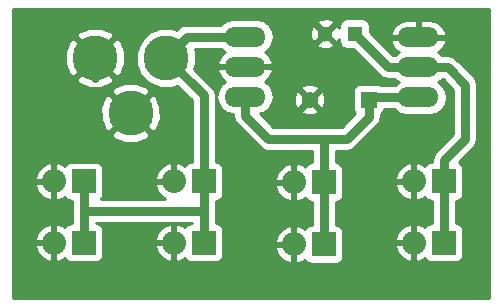
<source format=gtl>
G04 #@! TF.FileFunction,Copper,L1,Top,Signal*
%FSLAX46Y46*%
G04 Gerber Fmt 4.6, Leading zero omitted, Abs format (unit mm)*
G04 Created by KiCad (PCBNEW 4.0.1-3.201512221402+6198~38~ubuntu14.04.1-stable) date Mon 23 May 2016 08:12:34 PM PDT*
%MOMM*%
G01*
G04 APERTURE LIST*
%ADD10C,0.100000*%
%ADD11R,2.032000X2.032000*%
%ADD12O,2.032000X2.032000*%
%ADD13R,1.400000X1.400000*%
%ADD14C,1.400000*%
%ADD15O,3.500120X1.699260*%
%ADD16R,1.300000X1.300000*%
%ADD17C,1.300000*%
%ADD18C,3.810000*%
%ADD19C,0.762000*%
%ADD20C,0.254000*%
G04 APERTURE END LIST*
D10*
D11*
X104711500Y-101663500D03*
D12*
X102171500Y-101663500D03*
D13*
X128825000Y-94742000D03*
D14*
X123825000Y-94742000D03*
D15*
X133032500Y-92011500D03*
X133032500Y-89471500D03*
X133032500Y-94551500D03*
D11*
X104711500Y-106870500D03*
D12*
X102171500Y-106870500D03*
D11*
X114871500Y-106870500D03*
D12*
X112331500Y-106870500D03*
D11*
X125031500Y-106997500D03*
D12*
X122491500Y-106997500D03*
D11*
X135191500Y-106870500D03*
D12*
X132651500Y-106870500D03*
D15*
X118364000Y-91948000D03*
X118364000Y-89408000D03*
X118364000Y-94488000D03*
D16*
X127635000Y-89154000D03*
D17*
X125135000Y-89154000D03*
D11*
X114871500Y-101663500D03*
D12*
X112331500Y-101663500D03*
D11*
X125031500Y-101727000D03*
D12*
X122491500Y-101727000D03*
D11*
X135191500Y-101663500D03*
D12*
X132651500Y-101663500D03*
D18*
X111663480Y-91186000D03*
X105664000Y-91186000D03*
X108663740Y-95885000D03*
D19*
X105664000Y-91186000D02*
X105664000Y-92885260D01*
X108418160Y-95885000D02*
X108663740Y-95885000D01*
X125031500Y-106997500D02*
X125031500Y-101727000D01*
X126985000Y-98044000D02*
X124968000Y-98044000D01*
X125031500Y-101727000D02*
X125031500Y-98107500D01*
X124968000Y-98044000D02*
X120308370Y-98044000D01*
X125031500Y-98107500D02*
X124968000Y-98044000D01*
X128825000Y-94742000D02*
X128825000Y-96204000D01*
X118364000Y-96099630D02*
X118364000Y-94488000D01*
X128825000Y-96204000D02*
X126985000Y-98044000D01*
X120308370Y-98044000D02*
X118364000Y-96099630D01*
X133032500Y-94551500D02*
X129015500Y-94551500D01*
X129015500Y-94551500D02*
X128825000Y-94742000D01*
X135191500Y-101663500D02*
X135191500Y-106870500D01*
X137005060Y-93472000D02*
X137005060Y-98071940D01*
X137005060Y-98071940D02*
X135191500Y-99885500D01*
X135191500Y-99885500D02*
X135191500Y-101663500D01*
X133032500Y-92011500D02*
X135544560Y-92011500D01*
X135544560Y-92011500D02*
X137005060Y-93472000D01*
X133032500Y-92011500D02*
X130492500Y-92011500D01*
X130492500Y-92011500D02*
X127635000Y-89154000D01*
X114871500Y-104140000D02*
X114871500Y-101663500D01*
X114871500Y-106870500D02*
X114871500Y-104140000D01*
X114871500Y-104140000D02*
X104711500Y-104140000D01*
X104711500Y-106870500D02*
X104711500Y-104140000D01*
X104711500Y-104140000D02*
X104711500Y-101663500D01*
X114871500Y-101663500D02*
X114871500Y-94394020D01*
X114871500Y-94394020D02*
X111663480Y-91186000D01*
X111663480Y-91186000D02*
X113441480Y-89408000D01*
X113441480Y-89408000D02*
X118364000Y-89408000D01*
D20*
G36*
X138990000Y-111558000D02*
X98754000Y-111558000D01*
X98754000Y-107253446D01*
X100565517Y-107253446D01*
X100834312Y-107838879D01*
X101306682Y-108276885D01*
X101788556Y-108476475D01*
X102044500Y-108357336D01*
X102044500Y-106997500D01*
X100684133Y-106997500D01*
X100565517Y-107253446D01*
X98754000Y-107253446D01*
X98754000Y-106487554D01*
X100565517Y-106487554D01*
X100684133Y-106743500D01*
X102044500Y-106743500D01*
X102044500Y-105383664D01*
X101788556Y-105264525D01*
X101306682Y-105464115D01*
X100834312Y-105902121D01*
X100565517Y-106487554D01*
X98754000Y-106487554D01*
X98754000Y-102046446D01*
X100565517Y-102046446D01*
X100834312Y-102631879D01*
X101306682Y-103069885D01*
X101788556Y-103269475D01*
X102044500Y-103150336D01*
X102044500Y-101790500D01*
X100684133Y-101790500D01*
X100565517Y-102046446D01*
X98754000Y-102046446D01*
X98754000Y-101280554D01*
X100565517Y-101280554D01*
X100684133Y-101536500D01*
X102044500Y-101536500D01*
X102044500Y-100176664D01*
X102298500Y-100176664D01*
X102298500Y-101536500D01*
X102318500Y-101536500D01*
X102318500Y-101790500D01*
X102298500Y-101790500D01*
X102298500Y-103150336D01*
X102554444Y-103269475D01*
X103036318Y-103069885D01*
X103133898Y-102979403D01*
X103231410Y-103130941D01*
X103443610Y-103275931D01*
X103695500Y-103326940D01*
X103695500Y-105207060D01*
X103460183Y-105251338D01*
X103244059Y-105390410D01*
X103132660Y-105553448D01*
X103036318Y-105464115D01*
X102554444Y-105264525D01*
X102298500Y-105383664D01*
X102298500Y-106743500D01*
X102318500Y-106743500D01*
X102318500Y-106997500D01*
X102298500Y-106997500D01*
X102298500Y-108357336D01*
X102554444Y-108476475D01*
X103036318Y-108276885D01*
X103133898Y-108186403D01*
X103231410Y-108337941D01*
X103443610Y-108482931D01*
X103695500Y-108533940D01*
X105727500Y-108533940D01*
X105962817Y-108489662D01*
X106178941Y-108350590D01*
X106323931Y-108138390D01*
X106374940Y-107886500D01*
X106374940Y-107253446D01*
X110725517Y-107253446D01*
X110994312Y-107838879D01*
X111466682Y-108276885D01*
X111948556Y-108476475D01*
X112204500Y-108357336D01*
X112204500Y-106997500D01*
X110844133Y-106997500D01*
X110725517Y-107253446D01*
X106374940Y-107253446D01*
X106374940Y-106487554D01*
X110725517Y-106487554D01*
X110844133Y-106743500D01*
X112204500Y-106743500D01*
X112204500Y-105383664D01*
X111948556Y-105264525D01*
X111466682Y-105464115D01*
X110994312Y-105902121D01*
X110725517Y-106487554D01*
X106374940Y-106487554D01*
X106374940Y-105854500D01*
X106330662Y-105619183D01*
X106191590Y-105403059D01*
X105979390Y-105258069D01*
X105727500Y-105207060D01*
X105727500Y-105156000D01*
X113855500Y-105156000D01*
X113855500Y-105207060D01*
X113620183Y-105251338D01*
X113404059Y-105390410D01*
X113292660Y-105553448D01*
X113196318Y-105464115D01*
X112714444Y-105264525D01*
X112458500Y-105383664D01*
X112458500Y-106743500D01*
X112478500Y-106743500D01*
X112478500Y-106997500D01*
X112458500Y-106997500D01*
X112458500Y-108357336D01*
X112714444Y-108476475D01*
X113196318Y-108276885D01*
X113293898Y-108186403D01*
X113391410Y-108337941D01*
X113603610Y-108482931D01*
X113855500Y-108533940D01*
X115887500Y-108533940D01*
X116122817Y-108489662D01*
X116338941Y-108350590D01*
X116483931Y-108138390D01*
X116534940Y-107886500D01*
X116534940Y-107380446D01*
X120885517Y-107380446D01*
X121154312Y-107965879D01*
X121626682Y-108403885D01*
X122108556Y-108603475D01*
X122364500Y-108484336D01*
X122364500Y-107124500D01*
X121004133Y-107124500D01*
X120885517Y-107380446D01*
X116534940Y-107380446D01*
X116534940Y-106614554D01*
X120885517Y-106614554D01*
X121004133Y-106870500D01*
X122364500Y-106870500D01*
X122364500Y-105510664D01*
X122108556Y-105391525D01*
X121626682Y-105591115D01*
X121154312Y-106029121D01*
X120885517Y-106614554D01*
X116534940Y-106614554D01*
X116534940Y-105854500D01*
X116490662Y-105619183D01*
X116351590Y-105403059D01*
X116139390Y-105258069D01*
X115887500Y-105207060D01*
X115887500Y-103326940D01*
X116122817Y-103282662D01*
X116338941Y-103143590D01*
X116483931Y-102931390D01*
X116534940Y-102679500D01*
X116534940Y-102109946D01*
X120885517Y-102109946D01*
X121154312Y-102695379D01*
X121626682Y-103133385D01*
X122108556Y-103332975D01*
X122364500Y-103213836D01*
X122364500Y-101854000D01*
X121004133Y-101854000D01*
X120885517Y-102109946D01*
X116534940Y-102109946D01*
X116534940Y-101344054D01*
X120885517Y-101344054D01*
X121004133Y-101600000D01*
X122364500Y-101600000D01*
X122364500Y-100240164D01*
X122108556Y-100121025D01*
X121626682Y-100320615D01*
X121154312Y-100758621D01*
X120885517Y-101344054D01*
X116534940Y-101344054D01*
X116534940Y-100647500D01*
X116490662Y-100412183D01*
X116351590Y-100196059D01*
X116139390Y-100051069D01*
X115887500Y-100000060D01*
X115887500Y-94488000D01*
X115932214Y-94488000D01*
X116045225Y-95056143D01*
X116367052Y-95537792D01*
X116848701Y-95859619D01*
X117348000Y-95958936D01*
X117348000Y-96099630D01*
X117400855Y-96365350D01*
X117425338Y-96488437D01*
X117645580Y-96818050D01*
X119589949Y-98762420D01*
X119750206Y-98869500D01*
X119919564Y-98982662D01*
X120308370Y-99060000D01*
X124015500Y-99060000D01*
X124015500Y-100063560D01*
X123780183Y-100107838D01*
X123564059Y-100246910D01*
X123452660Y-100409948D01*
X123356318Y-100320615D01*
X122874444Y-100121025D01*
X122618500Y-100240164D01*
X122618500Y-101600000D01*
X122638500Y-101600000D01*
X122638500Y-101854000D01*
X122618500Y-101854000D01*
X122618500Y-103213836D01*
X122874444Y-103332975D01*
X123356318Y-103133385D01*
X123453898Y-103042903D01*
X123551410Y-103194441D01*
X123763610Y-103339431D01*
X124015500Y-103390440D01*
X124015500Y-105334060D01*
X123780183Y-105378338D01*
X123564059Y-105517410D01*
X123452660Y-105680448D01*
X123356318Y-105591115D01*
X122874444Y-105391525D01*
X122618500Y-105510664D01*
X122618500Y-106870500D01*
X122638500Y-106870500D01*
X122638500Y-107124500D01*
X122618500Y-107124500D01*
X122618500Y-108484336D01*
X122874444Y-108603475D01*
X123356318Y-108403885D01*
X123453898Y-108313403D01*
X123551410Y-108464941D01*
X123763610Y-108609931D01*
X124015500Y-108660940D01*
X126047500Y-108660940D01*
X126282817Y-108616662D01*
X126498941Y-108477590D01*
X126643931Y-108265390D01*
X126694940Y-108013500D01*
X126694940Y-107253446D01*
X131045517Y-107253446D01*
X131314312Y-107838879D01*
X131786682Y-108276885D01*
X132268556Y-108476475D01*
X132524500Y-108357336D01*
X132524500Y-106997500D01*
X131164133Y-106997500D01*
X131045517Y-107253446D01*
X126694940Y-107253446D01*
X126694940Y-106487554D01*
X131045517Y-106487554D01*
X131164133Y-106743500D01*
X132524500Y-106743500D01*
X132524500Y-105383664D01*
X132268556Y-105264525D01*
X131786682Y-105464115D01*
X131314312Y-105902121D01*
X131045517Y-106487554D01*
X126694940Y-106487554D01*
X126694940Y-105981500D01*
X126650662Y-105746183D01*
X126511590Y-105530059D01*
X126299390Y-105385069D01*
X126047500Y-105334060D01*
X126047500Y-103390440D01*
X126282817Y-103346162D01*
X126498941Y-103207090D01*
X126643931Y-102994890D01*
X126694940Y-102743000D01*
X126694940Y-102046446D01*
X131045517Y-102046446D01*
X131314312Y-102631879D01*
X131786682Y-103069885D01*
X132268556Y-103269475D01*
X132524500Y-103150336D01*
X132524500Y-101790500D01*
X131164133Y-101790500D01*
X131045517Y-102046446D01*
X126694940Y-102046446D01*
X126694940Y-101280554D01*
X131045517Y-101280554D01*
X131164133Y-101536500D01*
X132524500Y-101536500D01*
X132524500Y-100176664D01*
X132268556Y-100057525D01*
X131786682Y-100257115D01*
X131314312Y-100695121D01*
X131045517Y-101280554D01*
X126694940Y-101280554D01*
X126694940Y-100711000D01*
X126650662Y-100475683D01*
X126511590Y-100259559D01*
X126299390Y-100114569D01*
X126047500Y-100063560D01*
X126047500Y-99060000D01*
X126985000Y-99060000D01*
X127309300Y-98995493D01*
X127373807Y-98982662D01*
X127703420Y-98762420D01*
X129543421Y-96922420D01*
X129763662Y-96592807D01*
X129799014Y-96415077D01*
X129841000Y-96204000D01*
X129841000Y-95993244D01*
X129976441Y-95906090D01*
X130121431Y-95693890D01*
X130147026Y-95567500D01*
X131012973Y-95567500D01*
X131035552Y-95601292D01*
X131517201Y-95923119D01*
X132085344Y-96036130D01*
X133979656Y-96036130D01*
X134547799Y-95923119D01*
X135029448Y-95601292D01*
X135351275Y-95119643D01*
X135464286Y-94551500D01*
X135351275Y-93983357D01*
X135029448Y-93501708D01*
X134699883Y-93281500D01*
X135029448Y-93061292D01*
X135052027Y-93027500D01*
X135123720Y-93027500D01*
X135989060Y-93892841D01*
X135989060Y-97651099D01*
X134473080Y-99167080D01*
X134252838Y-99496693D01*
X134252838Y-99496694D01*
X134175500Y-99885500D01*
X134175500Y-100000060D01*
X133940183Y-100044338D01*
X133724059Y-100183410D01*
X133612660Y-100346448D01*
X133516318Y-100257115D01*
X133034444Y-100057525D01*
X132778500Y-100176664D01*
X132778500Y-101536500D01*
X132798500Y-101536500D01*
X132798500Y-101790500D01*
X132778500Y-101790500D01*
X132778500Y-103150336D01*
X133034444Y-103269475D01*
X133516318Y-103069885D01*
X133613898Y-102979403D01*
X133711410Y-103130941D01*
X133923610Y-103275931D01*
X134175500Y-103326940D01*
X134175500Y-105207060D01*
X133940183Y-105251338D01*
X133724059Y-105390410D01*
X133612660Y-105553448D01*
X133516318Y-105464115D01*
X133034444Y-105264525D01*
X132778500Y-105383664D01*
X132778500Y-106743500D01*
X132798500Y-106743500D01*
X132798500Y-106997500D01*
X132778500Y-106997500D01*
X132778500Y-108357336D01*
X133034444Y-108476475D01*
X133516318Y-108276885D01*
X133613898Y-108186403D01*
X133711410Y-108337941D01*
X133923610Y-108482931D01*
X134175500Y-108533940D01*
X136207500Y-108533940D01*
X136442817Y-108489662D01*
X136658941Y-108350590D01*
X136803931Y-108138390D01*
X136854940Y-107886500D01*
X136854940Y-105854500D01*
X136810662Y-105619183D01*
X136671590Y-105403059D01*
X136459390Y-105258069D01*
X136207500Y-105207060D01*
X136207500Y-103326940D01*
X136442817Y-103282662D01*
X136658941Y-103143590D01*
X136803931Y-102931390D01*
X136854940Y-102679500D01*
X136854940Y-100647500D01*
X136810662Y-100412183D01*
X136671590Y-100196059D01*
X136461399Y-100052442D01*
X137723480Y-98790361D01*
X137943722Y-98460747D01*
X137956553Y-98396240D01*
X138021060Y-98071940D01*
X138021060Y-93472000D01*
X137943722Y-93083194D01*
X137943722Y-93083193D01*
X137723481Y-92753580D01*
X136262980Y-91293080D01*
X135933367Y-91072838D01*
X135868860Y-91060007D01*
X135544560Y-90995500D01*
X135052027Y-90995500D01*
X135029448Y-90961708D01*
X134691627Y-90735984D01*
X135072524Y-90431489D01*
X135353149Y-89922310D01*
X135374040Y-89828332D01*
X135252714Y-89598500D01*
X133159500Y-89598500D01*
X133159500Y-89618500D01*
X132905500Y-89618500D01*
X132905500Y-89598500D01*
X130812286Y-89598500D01*
X130690960Y-89828332D01*
X130711851Y-89922310D01*
X130992476Y-90431489D01*
X131373373Y-90735984D01*
X131035552Y-90961708D01*
X131012973Y-90995500D01*
X130913341Y-90995500D01*
X129032509Y-89114668D01*
X130690960Y-89114668D01*
X130812286Y-89344500D01*
X132905500Y-89344500D01*
X132905500Y-87986870D01*
X133159500Y-87986870D01*
X133159500Y-89344500D01*
X135252714Y-89344500D01*
X135374040Y-89114668D01*
X135353149Y-89020690D01*
X135072524Y-88511511D01*
X134618406Y-88148482D01*
X134059930Y-87986870D01*
X133159500Y-87986870D01*
X132905500Y-87986870D01*
X132005070Y-87986870D01*
X131446594Y-88148482D01*
X130992476Y-88511511D01*
X130711851Y-89020690D01*
X130690960Y-89114668D01*
X129032509Y-89114668D01*
X128932440Y-89014600D01*
X128932440Y-88504000D01*
X128888162Y-88268683D01*
X128749090Y-88052559D01*
X128536890Y-87907569D01*
X128285000Y-87856560D01*
X126985000Y-87856560D01*
X126749683Y-87900838D01*
X126533559Y-88039910D01*
X126388569Y-88252110D01*
X126337560Y-88504000D01*
X126337560Y-88666385D01*
X126264611Y-88490271D01*
X126034016Y-88434590D01*
X125314605Y-89154000D01*
X126034016Y-89873410D01*
X126264611Y-89817729D01*
X126337560Y-89608098D01*
X126337560Y-89804000D01*
X126381838Y-90039317D01*
X126520910Y-90255441D01*
X126733110Y-90400431D01*
X126985000Y-90451440D01*
X127495600Y-90451440D01*
X129774079Y-92729920D01*
X129994321Y-92877081D01*
X130103694Y-92950162D01*
X130492500Y-93027500D01*
X131012973Y-93027500D01*
X131035552Y-93061292D01*
X131365117Y-93281500D01*
X131035552Y-93501708D01*
X131012973Y-93535500D01*
X129908508Y-93535500D01*
X129776890Y-93445569D01*
X129525000Y-93394560D01*
X128125000Y-93394560D01*
X127889683Y-93438838D01*
X127673559Y-93577910D01*
X127528569Y-93790110D01*
X127477560Y-94042000D01*
X127477560Y-95442000D01*
X127521838Y-95677317D01*
X127660910Y-95893441D01*
X127683371Y-95908788D01*
X126564160Y-97028000D01*
X120729211Y-97028000D01*
X119613667Y-95912457D01*
X119879299Y-95859619D01*
X120152196Y-95677275D01*
X123069331Y-95677275D01*
X123131169Y-95913042D01*
X123632122Y-96089419D01*
X124162440Y-96060664D01*
X124518831Y-95913042D01*
X124580669Y-95677275D01*
X123825000Y-94921605D01*
X123069331Y-95677275D01*
X120152196Y-95677275D01*
X120360948Y-95537792D01*
X120682775Y-95056143D01*
X120783628Y-94549122D01*
X122477581Y-94549122D01*
X122506336Y-95079440D01*
X122653958Y-95435831D01*
X122889725Y-95497669D01*
X123645395Y-94742000D01*
X124004605Y-94742000D01*
X124760275Y-95497669D01*
X124996042Y-95435831D01*
X125172419Y-94934878D01*
X125143664Y-94404560D01*
X124996042Y-94048169D01*
X124760275Y-93986331D01*
X124004605Y-94742000D01*
X123645395Y-94742000D01*
X122889725Y-93986331D01*
X122653958Y-94048169D01*
X122477581Y-94549122D01*
X120783628Y-94549122D01*
X120795786Y-94488000D01*
X120682775Y-93919857D01*
X120607183Y-93806725D01*
X123069331Y-93806725D01*
X123825000Y-94562395D01*
X124580669Y-93806725D01*
X124518831Y-93570958D01*
X124017878Y-93394581D01*
X123487560Y-93423336D01*
X123131169Y-93570958D01*
X123069331Y-93806725D01*
X120607183Y-93806725D01*
X120360948Y-93438208D01*
X120023127Y-93212484D01*
X120404024Y-92907989D01*
X120684649Y-92398810D01*
X120705540Y-92304832D01*
X120584214Y-92075000D01*
X118491000Y-92075000D01*
X118491000Y-92095000D01*
X118237000Y-92095000D01*
X118237000Y-92075000D01*
X116143786Y-92075000D01*
X116022460Y-92304832D01*
X116043351Y-92398810D01*
X116323976Y-92907989D01*
X116704873Y-93212484D01*
X116367052Y-93438208D01*
X116045225Y-93919857D01*
X115932214Y-94488000D01*
X115887500Y-94488000D01*
X115887500Y-94394020D01*
X115810162Y-94005214D01*
X115695145Y-93833079D01*
X115589920Y-93675599D01*
X114028386Y-92114065D01*
X114203039Y-91693454D01*
X114203920Y-90682979D01*
X114096912Y-90424000D01*
X116344473Y-90424000D01*
X116367052Y-90457792D01*
X116704873Y-90683516D01*
X116323976Y-90988011D01*
X116043351Y-91497190D01*
X116022460Y-91591168D01*
X116143786Y-91821000D01*
X118237000Y-91821000D01*
X118237000Y-91801000D01*
X118491000Y-91801000D01*
X118491000Y-91821000D01*
X120584214Y-91821000D01*
X120705540Y-91591168D01*
X120684649Y-91497190D01*
X120404024Y-90988011D01*
X120023127Y-90683516D01*
X120360948Y-90457792D01*
X120631410Y-90053016D01*
X124415590Y-90053016D01*
X124471271Y-90283611D01*
X124954078Y-90451622D01*
X125464428Y-90422083D01*
X125798729Y-90283611D01*
X125854410Y-90053016D01*
X125135000Y-89333605D01*
X124415590Y-90053016D01*
X120631410Y-90053016D01*
X120682775Y-89976143D01*
X120795786Y-89408000D01*
X120709275Y-88973078D01*
X123837378Y-88973078D01*
X123866917Y-89483428D01*
X124005389Y-89817729D01*
X124235984Y-89873410D01*
X124955395Y-89154000D01*
X124235984Y-88434590D01*
X124005389Y-88490271D01*
X123837378Y-88973078D01*
X120709275Y-88973078D01*
X120682775Y-88839857D01*
X120360948Y-88358208D01*
X120206463Y-88254984D01*
X124415590Y-88254984D01*
X125135000Y-88974395D01*
X125854410Y-88254984D01*
X125798729Y-88024389D01*
X125315922Y-87856378D01*
X124805572Y-87885917D01*
X124471271Y-88024389D01*
X124415590Y-88254984D01*
X120206463Y-88254984D01*
X119879299Y-88036381D01*
X119311156Y-87923370D01*
X117416844Y-87923370D01*
X116848701Y-88036381D01*
X116367052Y-88358208D01*
X116344473Y-88392000D01*
X113441480Y-88392000D01*
X113052673Y-88469338D01*
X112723060Y-88689579D01*
X112591545Y-88821094D01*
X112170934Y-88646441D01*
X111160459Y-88645560D01*
X110226565Y-89031437D01*
X109511428Y-89745327D01*
X109123921Y-90678546D01*
X109123040Y-91689021D01*
X109508917Y-92622915D01*
X110222807Y-93338052D01*
X111156026Y-93725559D01*
X112166501Y-93726440D01*
X112591481Y-93550842D01*
X113855500Y-94814861D01*
X113855500Y-100000060D01*
X113620183Y-100044338D01*
X113404059Y-100183410D01*
X113292660Y-100346448D01*
X113196318Y-100257115D01*
X112714444Y-100057525D01*
X112458500Y-100176664D01*
X112458500Y-101536500D01*
X112478500Y-101536500D01*
X112478500Y-101790500D01*
X112458500Y-101790500D01*
X112458500Y-101810500D01*
X112204500Y-101810500D01*
X112204500Y-101790500D01*
X110844133Y-101790500D01*
X110725517Y-102046446D01*
X110994312Y-102631879D01*
X111466682Y-103069885D01*
X111597333Y-103124000D01*
X106192326Y-103124000D01*
X106323931Y-102931390D01*
X106374940Y-102679500D01*
X106374940Y-101280554D01*
X110725517Y-101280554D01*
X110844133Y-101536500D01*
X112204500Y-101536500D01*
X112204500Y-100176664D01*
X111948556Y-100057525D01*
X111466682Y-100257115D01*
X110994312Y-100695121D01*
X110725517Y-101280554D01*
X106374940Y-101280554D01*
X106374940Y-100647500D01*
X106330662Y-100412183D01*
X106191590Y-100196059D01*
X105979390Y-100051069D01*
X105727500Y-100000060D01*
X103695500Y-100000060D01*
X103460183Y-100044338D01*
X103244059Y-100183410D01*
X103132660Y-100346448D01*
X103036318Y-100257115D01*
X102554444Y-100057525D01*
X102298500Y-100176664D01*
X102044500Y-100176664D01*
X101788556Y-100057525D01*
X101306682Y-100257115D01*
X100834312Y-100695121D01*
X100565517Y-101280554D01*
X98754000Y-101280554D01*
X98754000Y-97691440D01*
X107036905Y-97691440D01*
X107246093Y-98052289D01*
X108183390Y-98429824D01*
X109193817Y-98419933D01*
X110081387Y-98052289D01*
X110290575Y-97691440D01*
X108663740Y-96064605D01*
X107036905Y-97691440D01*
X98754000Y-97691440D01*
X98754000Y-95404650D01*
X106118916Y-95404650D01*
X106128807Y-96415077D01*
X106496451Y-97302647D01*
X106857300Y-97511835D01*
X108484135Y-95885000D01*
X108843345Y-95885000D01*
X110470180Y-97511835D01*
X110831029Y-97302647D01*
X111208564Y-96365350D01*
X111198673Y-95354923D01*
X110831029Y-94467353D01*
X110470180Y-94258165D01*
X108843345Y-95885000D01*
X108484135Y-95885000D01*
X106857300Y-94258165D01*
X106496451Y-94467353D01*
X106118916Y-95404650D01*
X98754000Y-95404650D01*
X98754000Y-94078560D01*
X107036905Y-94078560D01*
X108663740Y-95705395D01*
X110290575Y-94078560D01*
X110081387Y-93717711D01*
X109144090Y-93340176D01*
X108133663Y-93350067D01*
X107246093Y-93717711D01*
X107036905Y-94078560D01*
X98754000Y-94078560D01*
X98754000Y-92992440D01*
X104037165Y-92992440D01*
X104246353Y-93353289D01*
X105183650Y-93730824D01*
X106194077Y-93720933D01*
X107081647Y-93353289D01*
X107290835Y-92992440D01*
X105664000Y-91365605D01*
X104037165Y-92992440D01*
X98754000Y-92992440D01*
X98754000Y-90705650D01*
X103119176Y-90705650D01*
X103129067Y-91716077D01*
X103496711Y-92603647D01*
X103857560Y-92812835D01*
X105484395Y-91186000D01*
X105843605Y-91186000D01*
X107470440Y-92812835D01*
X107831289Y-92603647D01*
X108208824Y-91666350D01*
X108198933Y-90655923D01*
X107831289Y-89768353D01*
X107470440Y-89559165D01*
X105843605Y-91186000D01*
X105484395Y-91186000D01*
X103857560Y-89559165D01*
X103496711Y-89768353D01*
X103119176Y-90705650D01*
X98754000Y-90705650D01*
X98754000Y-89379560D01*
X104037165Y-89379560D01*
X105664000Y-91006395D01*
X107290835Y-89379560D01*
X107081647Y-89018711D01*
X106144350Y-88641176D01*
X105133923Y-88651067D01*
X104246353Y-89018711D01*
X104037165Y-89379560D01*
X98754000Y-89379560D01*
X98754000Y-87070000D01*
X138990000Y-87070000D01*
X138990000Y-111558000D01*
X138990000Y-111558000D01*
G37*
X138990000Y-111558000D02*
X98754000Y-111558000D01*
X98754000Y-107253446D01*
X100565517Y-107253446D01*
X100834312Y-107838879D01*
X101306682Y-108276885D01*
X101788556Y-108476475D01*
X102044500Y-108357336D01*
X102044500Y-106997500D01*
X100684133Y-106997500D01*
X100565517Y-107253446D01*
X98754000Y-107253446D01*
X98754000Y-106487554D01*
X100565517Y-106487554D01*
X100684133Y-106743500D01*
X102044500Y-106743500D01*
X102044500Y-105383664D01*
X101788556Y-105264525D01*
X101306682Y-105464115D01*
X100834312Y-105902121D01*
X100565517Y-106487554D01*
X98754000Y-106487554D01*
X98754000Y-102046446D01*
X100565517Y-102046446D01*
X100834312Y-102631879D01*
X101306682Y-103069885D01*
X101788556Y-103269475D01*
X102044500Y-103150336D01*
X102044500Y-101790500D01*
X100684133Y-101790500D01*
X100565517Y-102046446D01*
X98754000Y-102046446D01*
X98754000Y-101280554D01*
X100565517Y-101280554D01*
X100684133Y-101536500D01*
X102044500Y-101536500D01*
X102044500Y-100176664D01*
X102298500Y-100176664D01*
X102298500Y-101536500D01*
X102318500Y-101536500D01*
X102318500Y-101790500D01*
X102298500Y-101790500D01*
X102298500Y-103150336D01*
X102554444Y-103269475D01*
X103036318Y-103069885D01*
X103133898Y-102979403D01*
X103231410Y-103130941D01*
X103443610Y-103275931D01*
X103695500Y-103326940D01*
X103695500Y-105207060D01*
X103460183Y-105251338D01*
X103244059Y-105390410D01*
X103132660Y-105553448D01*
X103036318Y-105464115D01*
X102554444Y-105264525D01*
X102298500Y-105383664D01*
X102298500Y-106743500D01*
X102318500Y-106743500D01*
X102318500Y-106997500D01*
X102298500Y-106997500D01*
X102298500Y-108357336D01*
X102554444Y-108476475D01*
X103036318Y-108276885D01*
X103133898Y-108186403D01*
X103231410Y-108337941D01*
X103443610Y-108482931D01*
X103695500Y-108533940D01*
X105727500Y-108533940D01*
X105962817Y-108489662D01*
X106178941Y-108350590D01*
X106323931Y-108138390D01*
X106374940Y-107886500D01*
X106374940Y-107253446D01*
X110725517Y-107253446D01*
X110994312Y-107838879D01*
X111466682Y-108276885D01*
X111948556Y-108476475D01*
X112204500Y-108357336D01*
X112204500Y-106997500D01*
X110844133Y-106997500D01*
X110725517Y-107253446D01*
X106374940Y-107253446D01*
X106374940Y-106487554D01*
X110725517Y-106487554D01*
X110844133Y-106743500D01*
X112204500Y-106743500D01*
X112204500Y-105383664D01*
X111948556Y-105264525D01*
X111466682Y-105464115D01*
X110994312Y-105902121D01*
X110725517Y-106487554D01*
X106374940Y-106487554D01*
X106374940Y-105854500D01*
X106330662Y-105619183D01*
X106191590Y-105403059D01*
X105979390Y-105258069D01*
X105727500Y-105207060D01*
X105727500Y-105156000D01*
X113855500Y-105156000D01*
X113855500Y-105207060D01*
X113620183Y-105251338D01*
X113404059Y-105390410D01*
X113292660Y-105553448D01*
X113196318Y-105464115D01*
X112714444Y-105264525D01*
X112458500Y-105383664D01*
X112458500Y-106743500D01*
X112478500Y-106743500D01*
X112478500Y-106997500D01*
X112458500Y-106997500D01*
X112458500Y-108357336D01*
X112714444Y-108476475D01*
X113196318Y-108276885D01*
X113293898Y-108186403D01*
X113391410Y-108337941D01*
X113603610Y-108482931D01*
X113855500Y-108533940D01*
X115887500Y-108533940D01*
X116122817Y-108489662D01*
X116338941Y-108350590D01*
X116483931Y-108138390D01*
X116534940Y-107886500D01*
X116534940Y-107380446D01*
X120885517Y-107380446D01*
X121154312Y-107965879D01*
X121626682Y-108403885D01*
X122108556Y-108603475D01*
X122364500Y-108484336D01*
X122364500Y-107124500D01*
X121004133Y-107124500D01*
X120885517Y-107380446D01*
X116534940Y-107380446D01*
X116534940Y-106614554D01*
X120885517Y-106614554D01*
X121004133Y-106870500D01*
X122364500Y-106870500D01*
X122364500Y-105510664D01*
X122108556Y-105391525D01*
X121626682Y-105591115D01*
X121154312Y-106029121D01*
X120885517Y-106614554D01*
X116534940Y-106614554D01*
X116534940Y-105854500D01*
X116490662Y-105619183D01*
X116351590Y-105403059D01*
X116139390Y-105258069D01*
X115887500Y-105207060D01*
X115887500Y-103326940D01*
X116122817Y-103282662D01*
X116338941Y-103143590D01*
X116483931Y-102931390D01*
X116534940Y-102679500D01*
X116534940Y-102109946D01*
X120885517Y-102109946D01*
X121154312Y-102695379D01*
X121626682Y-103133385D01*
X122108556Y-103332975D01*
X122364500Y-103213836D01*
X122364500Y-101854000D01*
X121004133Y-101854000D01*
X120885517Y-102109946D01*
X116534940Y-102109946D01*
X116534940Y-101344054D01*
X120885517Y-101344054D01*
X121004133Y-101600000D01*
X122364500Y-101600000D01*
X122364500Y-100240164D01*
X122108556Y-100121025D01*
X121626682Y-100320615D01*
X121154312Y-100758621D01*
X120885517Y-101344054D01*
X116534940Y-101344054D01*
X116534940Y-100647500D01*
X116490662Y-100412183D01*
X116351590Y-100196059D01*
X116139390Y-100051069D01*
X115887500Y-100000060D01*
X115887500Y-94488000D01*
X115932214Y-94488000D01*
X116045225Y-95056143D01*
X116367052Y-95537792D01*
X116848701Y-95859619D01*
X117348000Y-95958936D01*
X117348000Y-96099630D01*
X117400855Y-96365350D01*
X117425338Y-96488437D01*
X117645580Y-96818050D01*
X119589949Y-98762420D01*
X119750206Y-98869500D01*
X119919564Y-98982662D01*
X120308370Y-99060000D01*
X124015500Y-99060000D01*
X124015500Y-100063560D01*
X123780183Y-100107838D01*
X123564059Y-100246910D01*
X123452660Y-100409948D01*
X123356318Y-100320615D01*
X122874444Y-100121025D01*
X122618500Y-100240164D01*
X122618500Y-101600000D01*
X122638500Y-101600000D01*
X122638500Y-101854000D01*
X122618500Y-101854000D01*
X122618500Y-103213836D01*
X122874444Y-103332975D01*
X123356318Y-103133385D01*
X123453898Y-103042903D01*
X123551410Y-103194441D01*
X123763610Y-103339431D01*
X124015500Y-103390440D01*
X124015500Y-105334060D01*
X123780183Y-105378338D01*
X123564059Y-105517410D01*
X123452660Y-105680448D01*
X123356318Y-105591115D01*
X122874444Y-105391525D01*
X122618500Y-105510664D01*
X122618500Y-106870500D01*
X122638500Y-106870500D01*
X122638500Y-107124500D01*
X122618500Y-107124500D01*
X122618500Y-108484336D01*
X122874444Y-108603475D01*
X123356318Y-108403885D01*
X123453898Y-108313403D01*
X123551410Y-108464941D01*
X123763610Y-108609931D01*
X124015500Y-108660940D01*
X126047500Y-108660940D01*
X126282817Y-108616662D01*
X126498941Y-108477590D01*
X126643931Y-108265390D01*
X126694940Y-108013500D01*
X126694940Y-107253446D01*
X131045517Y-107253446D01*
X131314312Y-107838879D01*
X131786682Y-108276885D01*
X132268556Y-108476475D01*
X132524500Y-108357336D01*
X132524500Y-106997500D01*
X131164133Y-106997500D01*
X131045517Y-107253446D01*
X126694940Y-107253446D01*
X126694940Y-106487554D01*
X131045517Y-106487554D01*
X131164133Y-106743500D01*
X132524500Y-106743500D01*
X132524500Y-105383664D01*
X132268556Y-105264525D01*
X131786682Y-105464115D01*
X131314312Y-105902121D01*
X131045517Y-106487554D01*
X126694940Y-106487554D01*
X126694940Y-105981500D01*
X126650662Y-105746183D01*
X126511590Y-105530059D01*
X126299390Y-105385069D01*
X126047500Y-105334060D01*
X126047500Y-103390440D01*
X126282817Y-103346162D01*
X126498941Y-103207090D01*
X126643931Y-102994890D01*
X126694940Y-102743000D01*
X126694940Y-102046446D01*
X131045517Y-102046446D01*
X131314312Y-102631879D01*
X131786682Y-103069885D01*
X132268556Y-103269475D01*
X132524500Y-103150336D01*
X132524500Y-101790500D01*
X131164133Y-101790500D01*
X131045517Y-102046446D01*
X126694940Y-102046446D01*
X126694940Y-101280554D01*
X131045517Y-101280554D01*
X131164133Y-101536500D01*
X132524500Y-101536500D01*
X132524500Y-100176664D01*
X132268556Y-100057525D01*
X131786682Y-100257115D01*
X131314312Y-100695121D01*
X131045517Y-101280554D01*
X126694940Y-101280554D01*
X126694940Y-100711000D01*
X126650662Y-100475683D01*
X126511590Y-100259559D01*
X126299390Y-100114569D01*
X126047500Y-100063560D01*
X126047500Y-99060000D01*
X126985000Y-99060000D01*
X127309300Y-98995493D01*
X127373807Y-98982662D01*
X127703420Y-98762420D01*
X129543421Y-96922420D01*
X129763662Y-96592807D01*
X129799014Y-96415077D01*
X129841000Y-96204000D01*
X129841000Y-95993244D01*
X129976441Y-95906090D01*
X130121431Y-95693890D01*
X130147026Y-95567500D01*
X131012973Y-95567500D01*
X131035552Y-95601292D01*
X131517201Y-95923119D01*
X132085344Y-96036130D01*
X133979656Y-96036130D01*
X134547799Y-95923119D01*
X135029448Y-95601292D01*
X135351275Y-95119643D01*
X135464286Y-94551500D01*
X135351275Y-93983357D01*
X135029448Y-93501708D01*
X134699883Y-93281500D01*
X135029448Y-93061292D01*
X135052027Y-93027500D01*
X135123720Y-93027500D01*
X135989060Y-93892841D01*
X135989060Y-97651099D01*
X134473080Y-99167080D01*
X134252838Y-99496693D01*
X134252838Y-99496694D01*
X134175500Y-99885500D01*
X134175500Y-100000060D01*
X133940183Y-100044338D01*
X133724059Y-100183410D01*
X133612660Y-100346448D01*
X133516318Y-100257115D01*
X133034444Y-100057525D01*
X132778500Y-100176664D01*
X132778500Y-101536500D01*
X132798500Y-101536500D01*
X132798500Y-101790500D01*
X132778500Y-101790500D01*
X132778500Y-103150336D01*
X133034444Y-103269475D01*
X133516318Y-103069885D01*
X133613898Y-102979403D01*
X133711410Y-103130941D01*
X133923610Y-103275931D01*
X134175500Y-103326940D01*
X134175500Y-105207060D01*
X133940183Y-105251338D01*
X133724059Y-105390410D01*
X133612660Y-105553448D01*
X133516318Y-105464115D01*
X133034444Y-105264525D01*
X132778500Y-105383664D01*
X132778500Y-106743500D01*
X132798500Y-106743500D01*
X132798500Y-106997500D01*
X132778500Y-106997500D01*
X132778500Y-108357336D01*
X133034444Y-108476475D01*
X133516318Y-108276885D01*
X133613898Y-108186403D01*
X133711410Y-108337941D01*
X133923610Y-108482931D01*
X134175500Y-108533940D01*
X136207500Y-108533940D01*
X136442817Y-108489662D01*
X136658941Y-108350590D01*
X136803931Y-108138390D01*
X136854940Y-107886500D01*
X136854940Y-105854500D01*
X136810662Y-105619183D01*
X136671590Y-105403059D01*
X136459390Y-105258069D01*
X136207500Y-105207060D01*
X136207500Y-103326940D01*
X136442817Y-103282662D01*
X136658941Y-103143590D01*
X136803931Y-102931390D01*
X136854940Y-102679500D01*
X136854940Y-100647500D01*
X136810662Y-100412183D01*
X136671590Y-100196059D01*
X136461399Y-100052442D01*
X137723480Y-98790361D01*
X137943722Y-98460747D01*
X137956553Y-98396240D01*
X138021060Y-98071940D01*
X138021060Y-93472000D01*
X137943722Y-93083194D01*
X137943722Y-93083193D01*
X137723481Y-92753580D01*
X136262980Y-91293080D01*
X135933367Y-91072838D01*
X135868860Y-91060007D01*
X135544560Y-90995500D01*
X135052027Y-90995500D01*
X135029448Y-90961708D01*
X134691627Y-90735984D01*
X135072524Y-90431489D01*
X135353149Y-89922310D01*
X135374040Y-89828332D01*
X135252714Y-89598500D01*
X133159500Y-89598500D01*
X133159500Y-89618500D01*
X132905500Y-89618500D01*
X132905500Y-89598500D01*
X130812286Y-89598500D01*
X130690960Y-89828332D01*
X130711851Y-89922310D01*
X130992476Y-90431489D01*
X131373373Y-90735984D01*
X131035552Y-90961708D01*
X131012973Y-90995500D01*
X130913341Y-90995500D01*
X129032509Y-89114668D01*
X130690960Y-89114668D01*
X130812286Y-89344500D01*
X132905500Y-89344500D01*
X132905500Y-87986870D01*
X133159500Y-87986870D01*
X133159500Y-89344500D01*
X135252714Y-89344500D01*
X135374040Y-89114668D01*
X135353149Y-89020690D01*
X135072524Y-88511511D01*
X134618406Y-88148482D01*
X134059930Y-87986870D01*
X133159500Y-87986870D01*
X132905500Y-87986870D01*
X132005070Y-87986870D01*
X131446594Y-88148482D01*
X130992476Y-88511511D01*
X130711851Y-89020690D01*
X130690960Y-89114668D01*
X129032509Y-89114668D01*
X128932440Y-89014600D01*
X128932440Y-88504000D01*
X128888162Y-88268683D01*
X128749090Y-88052559D01*
X128536890Y-87907569D01*
X128285000Y-87856560D01*
X126985000Y-87856560D01*
X126749683Y-87900838D01*
X126533559Y-88039910D01*
X126388569Y-88252110D01*
X126337560Y-88504000D01*
X126337560Y-88666385D01*
X126264611Y-88490271D01*
X126034016Y-88434590D01*
X125314605Y-89154000D01*
X126034016Y-89873410D01*
X126264611Y-89817729D01*
X126337560Y-89608098D01*
X126337560Y-89804000D01*
X126381838Y-90039317D01*
X126520910Y-90255441D01*
X126733110Y-90400431D01*
X126985000Y-90451440D01*
X127495600Y-90451440D01*
X129774079Y-92729920D01*
X129994321Y-92877081D01*
X130103694Y-92950162D01*
X130492500Y-93027500D01*
X131012973Y-93027500D01*
X131035552Y-93061292D01*
X131365117Y-93281500D01*
X131035552Y-93501708D01*
X131012973Y-93535500D01*
X129908508Y-93535500D01*
X129776890Y-93445569D01*
X129525000Y-93394560D01*
X128125000Y-93394560D01*
X127889683Y-93438838D01*
X127673559Y-93577910D01*
X127528569Y-93790110D01*
X127477560Y-94042000D01*
X127477560Y-95442000D01*
X127521838Y-95677317D01*
X127660910Y-95893441D01*
X127683371Y-95908788D01*
X126564160Y-97028000D01*
X120729211Y-97028000D01*
X119613667Y-95912457D01*
X119879299Y-95859619D01*
X120152196Y-95677275D01*
X123069331Y-95677275D01*
X123131169Y-95913042D01*
X123632122Y-96089419D01*
X124162440Y-96060664D01*
X124518831Y-95913042D01*
X124580669Y-95677275D01*
X123825000Y-94921605D01*
X123069331Y-95677275D01*
X120152196Y-95677275D01*
X120360948Y-95537792D01*
X120682775Y-95056143D01*
X120783628Y-94549122D01*
X122477581Y-94549122D01*
X122506336Y-95079440D01*
X122653958Y-95435831D01*
X122889725Y-95497669D01*
X123645395Y-94742000D01*
X124004605Y-94742000D01*
X124760275Y-95497669D01*
X124996042Y-95435831D01*
X125172419Y-94934878D01*
X125143664Y-94404560D01*
X124996042Y-94048169D01*
X124760275Y-93986331D01*
X124004605Y-94742000D01*
X123645395Y-94742000D01*
X122889725Y-93986331D01*
X122653958Y-94048169D01*
X122477581Y-94549122D01*
X120783628Y-94549122D01*
X120795786Y-94488000D01*
X120682775Y-93919857D01*
X120607183Y-93806725D01*
X123069331Y-93806725D01*
X123825000Y-94562395D01*
X124580669Y-93806725D01*
X124518831Y-93570958D01*
X124017878Y-93394581D01*
X123487560Y-93423336D01*
X123131169Y-93570958D01*
X123069331Y-93806725D01*
X120607183Y-93806725D01*
X120360948Y-93438208D01*
X120023127Y-93212484D01*
X120404024Y-92907989D01*
X120684649Y-92398810D01*
X120705540Y-92304832D01*
X120584214Y-92075000D01*
X118491000Y-92075000D01*
X118491000Y-92095000D01*
X118237000Y-92095000D01*
X118237000Y-92075000D01*
X116143786Y-92075000D01*
X116022460Y-92304832D01*
X116043351Y-92398810D01*
X116323976Y-92907989D01*
X116704873Y-93212484D01*
X116367052Y-93438208D01*
X116045225Y-93919857D01*
X115932214Y-94488000D01*
X115887500Y-94488000D01*
X115887500Y-94394020D01*
X115810162Y-94005214D01*
X115695145Y-93833079D01*
X115589920Y-93675599D01*
X114028386Y-92114065D01*
X114203039Y-91693454D01*
X114203920Y-90682979D01*
X114096912Y-90424000D01*
X116344473Y-90424000D01*
X116367052Y-90457792D01*
X116704873Y-90683516D01*
X116323976Y-90988011D01*
X116043351Y-91497190D01*
X116022460Y-91591168D01*
X116143786Y-91821000D01*
X118237000Y-91821000D01*
X118237000Y-91801000D01*
X118491000Y-91801000D01*
X118491000Y-91821000D01*
X120584214Y-91821000D01*
X120705540Y-91591168D01*
X120684649Y-91497190D01*
X120404024Y-90988011D01*
X120023127Y-90683516D01*
X120360948Y-90457792D01*
X120631410Y-90053016D01*
X124415590Y-90053016D01*
X124471271Y-90283611D01*
X124954078Y-90451622D01*
X125464428Y-90422083D01*
X125798729Y-90283611D01*
X125854410Y-90053016D01*
X125135000Y-89333605D01*
X124415590Y-90053016D01*
X120631410Y-90053016D01*
X120682775Y-89976143D01*
X120795786Y-89408000D01*
X120709275Y-88973078D01*
X123837378Y-88973078D01*
X123866917Y-89483428D01*
X124005389Y-89817729D01*
X124235984Y-89873410D01*
X124955395Y-89154000D01*
X124235984Y-88434590D01*
X124005389Y-88490271D01*
X123837378Y-88973078D01*
X120709275Y-88973078D01*
X120682775Y-88839857D01*
X120360948Y-88358208D01*
X120206463Y-88254984D01*
X124415590Y-88254984D01*
X125135000Y-88974395D01*
X125854410Y-88254984D01*
X125798729Y-88024389D01*
X125315922Y-87856378D01*
X124805572Y-87885917D01*
X124471271Y-88024389D01*
X124415590Y-88254984D01*
X120206463Y-88254984D01*
X119879299Y-88036381D01*
X119311156Y-87923370D01*
X117416844Y-87923370D01*
X116848701Y-88036381D01*
X116367052Y-88358208D01*
X116344473Y-88392000D01*
X113441480Y-88392000D01*
X113052673Y-88469338D01*
X112723060Y-88689579D01*
X112591545Y-88821094D01*
X112170934Y-88646441D01*
X111160459Y-88645560D01*
X110226565Y-89031437D01*
X109511428Y-89745327D01*
X109123921Y-90678546D01*
X109123040Y-91689021D01*
X109508917Y-92622915D01*
X110222807Y-93338052D01*
X111156026Y-93725559D01*
X112166501Y-93726440D01*
X112591481Y-93550842D01*
X113855500Y-94814861D01*
X113855500Y-100000060D01*
X113620183Y-100044338D01*
X113404059Y-100183410D01*
X113292660Y-100346448D01*
X113196318Y-100257115D01*
X112714444Y-100057525D01*
X112458500Y-100176664D01*
X112458500Y-101536500D01*
X112478500Y-101536500D01*
X112478500Y-101790500D01*
X112458500Y-101790500D01*
X112458500Y-101810500D01*
X112204500Y-101810500D01*
X112204500Y-101790500D01*
X110844133Y-101790500D01*
X110725517Y-102046446D01*
X110994312Y-102631879D01*
X111466682Y-103069885D01*
X111597333Y-103124000D01*
X106192326Y-103124000D01*
X106323931Y-102931390D01*
X106374940Y-102679500D01*
X106374940Y-101280554D01*
X110725517Y-101280554D01*
X110844133Y-101536500D01*
X112204500Y-101536500D01*
X112204500Y-100176664D01*
X111948556Y-100057525D01*
X111466682Y-100257115D01*
X110994312Y-100695121D01*
X110725517Y-101280554D01*
X106374940Y-101280554D01*
X106374940Y-100647500D01*
X106330662Y-100412183D01*
X106191590Y-100196059D01*
X105979390Y-100051069D01*
X105727500Y-100000060D01*
X103695500Y-100000060D01*
X103460183Y-100044338D01*
X103244059Y-100183410D01*
X103132660Y-100346448D01*
X103036318Y-100257115D01*
X102554444Y-100057525D01*
X102298500Y-100176664D01*
X102044500Y-100176664D01*
X101788556Y-100057525D01*
X101306682Y-100257115D01*
X100834312Y-100695121D01*
X100565517Y-101280554D01*
X98754000Y-101280554D01*
X98754000Y-97691440D01*
X107036905Y-97691440D01*
X107246093Y-98052289D01*
X108183390Y-98429824D01*
X109193817Y-98419933D01*
X110081387Y-98052289D01*
X110290575Y-97691440D01*
X108663740Y-96064605D01*
X107036905Y-97691440D01*
X98754000Y-97691440D01*
X98754000Y-95404650D01*
X106118916Y-95404650D01*
X106128807Y-96415077D01*
X106496451Y-97302647D01*
X106857300Y-97511835D01*
X108484135Y-95885000D01*
X108843345Y-95885000D01*
X110470180Y-97511835D01*
X110831029Y-97302647D01*
X111208564Y-96365350D01*
X111198673Y-95354923D01*
X110831029Y-94467353D01*
X110470180Y-94258165D01*
X108843345Y-95885000D01*
X108484135Y-95885000D01*
X106857300Y-94258165D01*
X106496451Y-94467353D01*
X106118916Y-95404650D01*
X98754000Y-95404650D01*
X98754000Y-94078560D01*
X107036905Y-94078560D01*
X108663740Y-95705395D01*
X110290575Y-94078560D01*
X110081387Y-93717711D01*
X109144090Y-93340176D01*
X108133663Y-93350067D01*
X107246093Y-93717711D01*
X107036905Y-94078560D01*
X98754000Y-94078560D01*
X98754000Y-92992440D01*
X104037165Y-92992440D01*
X104246353Y-93353289D01*
X105183650Y-93730824D01*
X106194077Y-93720933D01*
X107081647Y-93353289D01*
X107290835Y-92992440D01*
X105664000Y-91365605D01*
X104037165Y-92992440D01*
X98754000Y-92992440D01*
X98754000Y-90705650D01*
X103119176Y-90705650D01*
X103129067Y-91716077D01*
X103496711Y-92603647D01*
X103857560Y-92812835D01*
X105484395Y-91186000D01*
X105843605Y-91186000D01*
X107470440Y-92812835D01*
X107831289Y-92603647D01*
X108208824Y-91666350D01*
X108198933Y-90655923D01*
X107831289Y-89768353D01*
X107470440Y-89559165D01*
X105843605Y-91186000D01*
X105484395Y-91186000D01*
X103857560Y-89559165D01*
X103496711Y-89768353D01*
X103119176Y-90705650D01*
X98754000Y-90705650D01*
X98754000Y-89379560D01*
X104037165Y-89379560D01*
X105664000Y-91006395D01*
X107290835Y-89379560D01*
X107081647Y-89018711D01*
X106144350Y-88641176D01*
X105133923Y-88651067D01*
X104246353Y-89018711D01*
X104037165Y-89379560D01*
X98754000Y-89379560D01*
X98754000Y-87070000D01*
X138990000Y-87070000D01*
X138990000Y-111558000D01*
M02*

</source>
